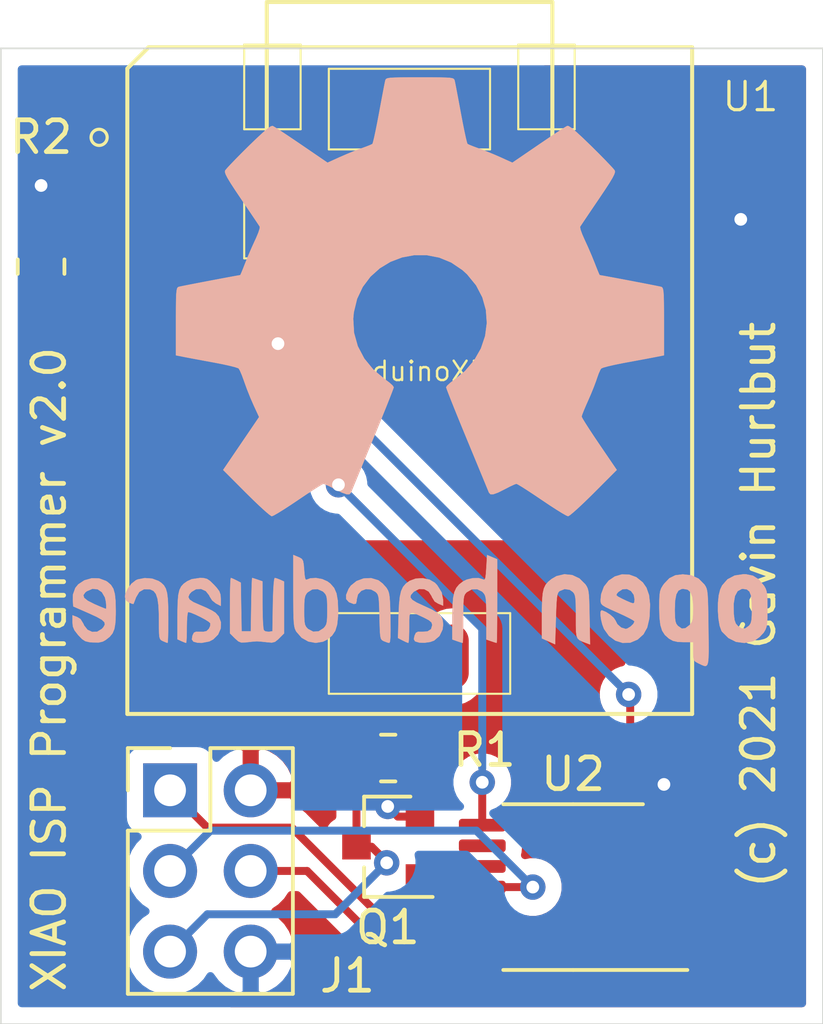
<source format=kicad_pcb>
(kicad_pcb (version 20171130) (host pcbnew "(5.1.9)-1")
  (layers (0 F.Cu signal) (31 B.Cu signal) (34 B.Paste user) (35 F.Paste user) (36 B.SilkS user) (37 F.SilkS user) (38 B.Mask user) (39 F.Mask user) (44 Edge.Cuts user))
  (net 0 "")
  (net 1 GND)
  (net 2 MISO)
  (net 3 +5V)
  (net 4 SCK)
  (net 5 MOSI)
  (net 6 ~RESET)
  (net 7 "Net-(Q1-Pad1)")
  (net 8 +3V3)
  (net 9 "Net-(U1-Pad11)")
  (net 10 "Net-(U1-Pad10)")
  (net 11 "Net-(U1-Pad9)")
  (net 12 OE)
  (net 13 RESET)
  (module Symbol:OSHW-Logo2_24.3x20mm_SilkScreen (layer B.Cu) (at 57.404 155.194 180)
    (fp_text reference REF** hide)
    (fp_text value OSHW-Logo2_24.3x20mm_SilkScreen hide)
    (fp_poly (pts (xy -8.046834 -6.436506) (xy -7.860916 -6.529204) (xy -7.69682 -6.699885) (xy -7.651628 -6.763107) (xy -7.602396 -6.845834) (xy -7.570453 -6.935687) (xy -7.552178 -7.055608) (xy -7.543952 -7.228537) (xy -7.542145 -7.456835) (xy -7.550303 -7.769693) (xy -7.578659 -8.004598) (xy -7.633038 -8.179847) (xy -7.719263 -8.313738) (xy -7.843159 -8.424569) (xy -7.852263 -8.431131) (xy -7.974366 -8.498256) (xy -8.1214 -8.531467) (xy -8.308396 -8.539655) (xy -8.612387 -8.539655) (xy -8.612515 -8.834762) (xy -8.615344 -8.999117) (xy -8.632582 -9.095523) (xy -8.67763 -9.153343) (xy -8.763886 -9.201941) (xy -8.784601 -9.211869) (xy -8.881538 -9.258398) (xy -8.956593 -9.287786) (xy -9.012402 -9.290324) (xy -9.051603 -9.256302) (xy -9.076832 -9.176012) (xy -9.090728 -9.039743) (xy -9.095927 -8.837787) (xy -9.095066 -8.560434) (xy -9.090784 -8.197976) (xy -9.089447 -8.08956) (xy -9.084629 -7.715837) (xy -9.080313 -7.471369) (xy -8.612643 -7.471369) (xy -8.610015 -7.678877) (xy -8.598333 -7.814645) (xy -8.571903 -7.904192) (xy -8.525031 -7.973039) (xy -8.493207 -8.006618) (xy -8.363108 -8.104869) (xy -8.247921 -8.112866) (xy -8.129066 -8.03173) (xy -8.126053 -8.028736) (xy -8.077695 -7.96603) (xy -8.048278 -7.880808) (xy -8.03344 -7.749564) (xy -8.028819 -7.548793) (xy -8.028735 -7.504314) (xy -8.039902 -7.227639) (xy -8.076253 -7.035842) (xy -8.142059 -6.918757) (xy -8.241593 -6.866215) (xy -8.299119 -6.86092) (xy -8.435649 -6.885767) (xy -8.529298 -6.967581) (xy -8.58567 -7.11727) (xy -8.610367 -7.345743) (xy -8.612643 -7.471369) (xy -9.080313 -7.471369) (xy -9.079522 -7.426587) (xy -9.072922 -7.20897) (xy -9.063623 -7.050146) (xy -9.050423 -6.937274) (xy -9.032115 -6.857513) (xy -9.007497 -6.798023) (xy -8.975363 -6.745963) (xy -8.961585 -6.726373) (xy -8.778812 -6.541328) (xy -8.547724 -6.436412) (xy -8.28041 -6.407163) (xy -8.046834 -6.436506)) (layer B.SilkS) (width 0.01))
    (fp_poly (pts (xy -4.304284 -6.462865) (xy -4.148128 -6.55319) (xy -4.039559 -6.642845) (xy -3.960155 -6.736776) (xy -3.905454 -6.851646) (xy -3.87099 -7.004114) (xy -3.852299 -7.210844) (xy -3.844919 -7.488496) (xy -3.844061 -7.688086) (xy -3.844061 -8.422766) (xy -4.050862 -8.515472) (xy -4.257662 -8.608179) (xy -4.281992 -7.803492) (xy -4.292045 -7.502966) (xy -4.302591 -7.284835) (xy -4.315657 -7.134186) (xy -4.333271 -7.036107) (xy -4.357461 -6.975688) (xy -4.390254 -6.938016) (xy -4.400775 -6.929862) (xy -4.560187 -6.866178) (xy -4.721321 -6.891378) (xy -4.817241 -6.958238) (xy -4.856259 -7.005616) (xy -4.883267 -7.067787) (xy -4.900432 -7.162039) (xy -4.909918 -7.305657) (xy -4.913893 -7.515931) (xy -4.914559 -7.73507) (xy -4.91469 -8.009999) (xy -4.919397 -8.204602) (xy -4.935154 -8.335851) (xy -4.968433 -8.420718) (xy -5.025707 -8.476177) (xy -5.113447 -8.519201) (xy -5.230638 -8.563907) (xy -5.358632 -8.612571) (xy -5.343396 -7.74891) (xy -5.337261 -7.437565) (xy -5.330082 -7.207483) (xy -5.319795 -7.042614) (xy -5.30433 -6.926909) (xy -5.281621 -6.844316) (xy -5.249601 -6.778788) (xy -5.210997 -6.720974) (xy -5.024747 -6.536283) (xy -4.797479 -6.429481) (xy -4.550291 -6.403898) (xy -4.304284 -6.462865)) (layer B.SilkS) (width 0.01))
    (fp_poly (pts (xy -9.919632 -6.443358) (xy -9.691564 -6.56328) (xy -9.523248 -6.756278) (xy -9.463459 -6.880355) (xy -9.416934 -7.066653) (xy -9.393118 -7.302045) (xy -9.39086 -7.558952) (xy -9.409008 -7.809799) (xy -9.446411 -8.027009) (xy -9.501916 -8.183005) (xy -9.518975 -8.209871) (xy -9.72103 -8.410415) (xy -9.961022 -8.530529) (xy -10.221434 -8.56568) (xy -10.484753 -8.511337) (xy -10.558033 -8.478756) (xy -10.700739 -8.378353) (xy -10.825986 -8.245225) (xy -10.837823 -8.228341) (xy -10.885935 -8.146969) (xy -10.917738 -8.059984) (xy -10.936526 -7.945475) (xy -10.945592 -7.78153) (xy -10.948229 -7.54624) (xy -10.948275 -7.493487) (xy -10.948154 -7.476699) (xy -10.461685 -7.476699) (xy -10.458854 -7.698761) (xy -10.447712 -7.846123) (xy -10.424291 -7.941308) (xy -10.384619 -8.006837) (xy -10.364367 -8.028736) (xy -10.24794 -8.111953) (xy -10.134902 -8.108158) (xy -10.020609 -8.035973) (xy -9.952441 -7.958911) (xy -9.91207 -7.846429) (xy -9.889398 -7.669055) (xy -9.887843 -7.648367) (xy -9.883973 -7.326911) (xy -9.924417 -7.088167) (xy -10.008626 -6.9336) (xy -10.136053 -6.864678) (xy -10.18154 -6.86092) (xy -10.300981 -6.879821) (xy -10.382683 -6.945306) (xy -10.432637 -7.070544) (xy -10.456834 -7.268704) (xy -10.461685 -7.476699) (xy -10.948154 -7.476699) (xy -10.946463 -7.242765) (xy -10.938853 -7.067582) (xy -10.922186 -6.946191) (xy -10.893201 -6.856847) (xy -10.84864 -6.777803) (xy -10.838793 -6.763107) (xy -10.67328 -6.565011) (xy -10.49293 -6.450014) (xy -10.273365 -6.404365) (xy -10.198805 -6.402135) (xy -9.919632 -6.443358)) (layer B.SilkS) (width 0.01))
    (fp_poly (pts (xy -6.140747 -6.474461) (xy -5.948903 -6.603519) (xy -5.800648 -6.789915) (xy -5.712084 -7.027109) (xy -5.694172 -7.201691) (xy -5.696206 -7.274544) (xy -5.71324 -7.330324) (xy -5.760064 -7.380298) (xy -5.851473 -7.435733) (xy -6.002258 -7.507896) (xy -6.227213 -7.608055) (xy -6.228352 -7.608558) (xy -6.435415 -7.703396) (xy -6.605212 -7.787609) (xy -6.720388 -7.852133) (xy -6.76359 -7.8879) (xy -6.763601 -7.888188) (xy -6.725525 -7.966074) (xy -6.636484 -8.051924) (xy -6.534263 -8.113769) (xy -6.482474 -8.126054) (xy -6.341184 -8.083564) (xy -6.219512 -7.977152) (xy -6.160145 -7.860156) (xy -6.103033 -7.773905) (xy -5.991161 -7.675681) (xy -5.859654 -7.590827) (xy -5.743632 -7.544681) (xy -5.719371 -7.542146) (xy -5.692062 -7.583868) (xy -5.690416 -7.690519) (xy -5.710486 -7.834321) (xy -5.748322 -7.987501) (xy -5.799977 -8.122283) (xy -5.802586 -8.127516) (xy -5.958031 -8.344557) (xy -6.159493 -8.492185) (xy -6.388288 -8.564644) (xy -6.625733 -8.556177) (xy -6.853146 -8.461027) (xy -6.863257 -8.454337) (xy -7.04215 -8.292211) (xy -7.15978 -8.080682) (xy -7.224877 -7.802543) (xy -7.233613 -7.724398) (xy -7.249086 -7.355549) (xy -7.230537 -7.183541) (xy -6.763601 -7.183541) (xy -6.757534 -7.290838) (xy -6.724351 -7.322152) (xy -6.641623 -7.298725) (xy -6.511221 -7.243348) (xy -6.365457 -7.173932) (xy -6.361834 -7.172094) (xy -6.238283 -7.107108) (xy -6.188697 -7.06374) (xy -6.200925 -7.018275) (xy -6.252412 -6.958536) (xy -6.383399 -6.872085) (xy -6.524462 -6.865733) (xy -6.650995 -6.928649) (xy -6.738392 -7.050003) (xy -6.763601 -7.183541) (xy -7.230537 -7.183541) (xy -7.21726 -7.060435) (xy -7.135609 -6.826382) (xy -7.021939 -6.662413) (xy -6.816775 -6.496716) (xy -6.590786 -6.414519) (xy -6.360075 -6.409281) (xy -6.140747 -6.474461)) (layer B.SilkS) (width 0.01))
    (fp_poly (pts (xy -2.092337 -6.206429) (xy -2.078077 -6.405313) (xy -2.061698 -6.522511) (xy -2.039002 -6.573632) (xy -2.005788 -6.574286) (xy -1.995019 -6.568183) (xy -1.851767 -6.523997) (xy -1.665425 -6.526577) (xy -1.475976 -6.571999) (xy -1.357483 -6.630759) (xy -1.235991 -6.724631) (xy -1.147177 -6.830865) (xy -1.086208 -6.96585) (xy -1.04825 -7.145976) (xy -1.028468 -7.387633) (xy -1.02203 -7.707211) (xy -1.021914 -7.768516) (xy -1.021839 -8.457147) (xy -1.175077 -8.510566) (xy -1.283913 -8.546908) (xy -1.343626 -8.563828) (xy -1.345383 -8.563985) (xy -1.351264 -8.5181) (xy -1.356268 -8.391539) (xy -1.360016 -8.200941) (xy -1.362127 -7.962948) (xy -1.362452 -7.818252) (xy -1.363129 -7.532955) (xy -1.366614 -7.32848) (xy -1.375088 -7.188334) (xy -1.390734 -7.096023) (xy -1.415731 -7.035053) (xy -1.452262 -6.988931) (xy -1.475071 -6.96672) (xy -1.631751 -6.877214) (xy -1.802726 -6.870511) (xy -1.95785 -6.946208) (xy -1.986537 -6.973539) (xy -2.028613 -7.024929) (xy -2.057799 -7.085886) (xy -2.076429 -7.174025) (xy -2.086839 -7.306961) (xy -2.091363 -7.502309) (xy -2.092337 -7.771652) (xy -2.092337 -8.457147) (xy -2.245575 -8.510566) (xy -2.354411 -8.546908) (xy -2.414124 -8.563828) (xy -2.415881 -8.563985) (xy -2.420375 -8.517414) (xy -2.424425 -8.386051) (xy -2.42787 -8.182422) (xy -2.430547 -7.919054) (xy -2.432294 -7.608471) (xy -2.432949 -7.263201) (xy -2.43295 -7.247843) (xy -2.43295 -5.931701) (xy -2.116666 -5.798289) (xy -2.092337 -6.206429)) (layer B.SilkS) (width 0.01))
    (fp_poly (pts (xy 0.133241 -6.540601) (xy 0.323905 -6.611403) (xy 0.326086 -6.612764) (xy 0.444006 -6.69955) (xy 0.53106 -6.800973) (xy 0.592286 -6.933145) (xy 0.632723 -7.112182) (xy 0.657409 -7.354195) (xy 0.671382 -7.675299) (xy 0.672607 -7.721048) (xy 0.6902 -8.410869) (xy 0.542152 -8.487427) (xy 0.43503 -8.539163) (xy 0.370351 -8.563678) (xy 0.367359 -8.563985) (xy 0.356166 -8.518751) (xy 0.347275 -8.396736) (xy 0.341806 -8.218468) (xy 0.340613 -8.074116) (xy 0.340586 -7.840271) (xy 0.329896 -7.693419) (xy 0.292633 -7.623376) (xy 0.212888 -7.619958) (xy 0.074749 -7.672983) (xy -0.133812 -7.770454) (xy -0.287171 -7.851409) (xy -0.366048 -7.921644) (xy -0.389236 -7.998194) (xy -0.389272 -8.001982) (xy -0.351007 -8.133852) (xy -0.237717 -8.205091) (xy -0.064336 -8.21541) (xy 0.06055 -8.21362) (xy 0.126399 -8.249589) (xy 0.167464 -8.335985) (xy 0.191099 -8.446054) (xy 0.157039 -8.508508) (xy 0.144214 -8.517446) (xy 0.023472 -8.553343) (xy -0.145612 -8.558426) (xy -0.319739 -8.534631) (xy -0.443124 -8.491147) (xy -0.613713 -8.346309) (xy -0.710681 -8.144694) (xy -0.729885 -7.98718) (xy -0.71523 -7.845104) (xy -0.662199 -7.729127) (xy -0.557194 -7.626121) (xy -0.386614 -7.522954) (xy -0.136862 -7.406496) (xy -0.121647 -7.399914) (xy 0.103329 -7.295981) (xy 0.242157 -7.210743) (xy 0.301662 -7.134147) (xy 0.288672 -7.056139) (xy 0.210012 -6.966664) (xy 0.18649 -6.946073) (xy 0.028933 -6.866236) (xy -0.134323 -6.869597) (xy -0.276505 -6.947874) (xy -0.37084 -7.092781) (xy -0.379605 -7.121224) (xy -0.464962 -7.259174) (xy -0.573271 -7.32562) (xy -0.729885 -7.391471) (xy -0.729885 -7.221097) (xy -0.682244 -6.973454) (xy -0.540841 -6.746307) (xy -0.467258 -6.670318) (xy -0.299991 -6.57279) (xy -0.087274 -6.52864) (xy 0.133241 -6.540601)) (layer B.SilkS) (width 0.01))
    (fp_poly (pts (xy 1.776572 -6.536534) (xy 1.997609 -6.618099) (xy 2.176683 -6.762366) (xy 2.24672 -6.86392) (xy 2.323071 -7.050268) (xy 2.321485 -7.18501) (xy 2.241347 -7.275631) (xy 2.211696 -7.29104) (xy 2.083674 -7.339084) (xy 2.018294 -7.326776) (xy 1.996148 -7.246098) (xy 1.99502 -7.201533) (xy 1.954477 -7.037581) (xy 1.848802 -6.922891) (xy 1.701924 -6.867497) (xy 1.537773 -6.881435) (xy 1.404337 -6.953827) (xy 1.359269 -6.99512) (xy 1.327323 -7.045216) (xy 1.305744 -7.120942) (xy 1.291773 -7.239128) (xy 1.282655 -7.4166) (xy 1.275631 -7.670186) (xy 1.273812 -7.750479) (xy 1.267178 -8.025158) (xy 1.259636 -8.218481) (xy 1.248325 -8.346388) (xy 1.230385 -8.424822) (xy 1.202955 -8.469725) (xy 1.163177 -8.497038) (xy 1.13771 -8.509105) (xy 1.029556 -8.550367) (xy 0.96589 -8.563985) (xy 0.944854 -8.518505) (xy 0.932013 -8.381006) (xy 0.9273 -8.149902) (xy 0.930644 -7.823604) (xy 0.931686 -7.773276) (xy 0.939035 -7.475581) (xy 0.947726 -7.258205) (xy 0.960092 -7.104153) (xy 0.97847 -6.99643) (xy 1.005195 -6.918042) (xy 1.042602 -6.851994) (xy 1.06217 -6.823691) (xy 1.174366 -6.698467) (xy 1.29985 -6.601063) (xy 1.315213 -6.592561) (xy 1.540223 -6.525433) (xy 1.776572 -6.536534)) (layer B.SilkS) (width 0.01))
    (fp_poly (pts (xy 3.989857 -6.924093) (xy 3.989239 -7.287769) (xy 3.986847 -7.567532) (xy 3.981671 -7.776784) (xy 3.972704 -7.928926) (xy 3.958936 -8.037359) (xy 3.939361 -8.115485) (xy 3.912968 -8.176707) (xy 3.892984 -8.211652) (xy 3.727483 -8.401157) (xy 3.517648 -8.519942) (xy 3.285486 -8.562564) (xy 3.053008 -8.523583) (xy 2.914572 -8.453532) (xy 2.769242 -8.332353) (xy 2.670195 -8.184354) (xy 2.610435 -7.990534) (xy 2.582969 -7.731892) (xy 2.579079 -7.542146) (xy 2.579603 -7.52851) (xy 2.919541 -7.52851) (xy 2.921617 -7.746096) (xy 2.93113 -7.890134) (xy 2.953008 -7.984364) (xy 2.992176 -8.052523) (xy 3.038976 -8.103936) (xy 3.196146 -8.203175) (xy 3.3649 -8.211653) (xy 3.524393 -8.128799) (xy 3.536807 -8.117572) (xy 3.589791 -8.059171) (xy 3.623014 -7.989686) (xy 3.641 -7.88627) (xy 3.648275 -7.726073) (xy 3.649426 -7.548965) (xy 3.646932 -7.326467) (xy 3.636608 -7.178037) (xy 3.614191 -7.080489) (xy 3.575418 -7.010637) (xy 3.543626 -6.973539) (xy 3.395939 -6.879975) (xy 3.225846 -6.868725) (xy 3.063492 -6.94019) (xy 3.03216 -6.96672) (xy 2.978822 -7.025636) (xy 2.945531 -7.095837) (xy 2.927656 -7.200418) (xy 2.920566 -7.362479) (xy 2.919541 -7.52851) (xy 2.579603 -7.52851) (xy 2.59084 -7.236579) (xy 2.630787 -7.006993) (xy 2.705913 -6.834387) (xy 2.823214 -6.69976) (xy 2.914572 -6.630759) (xy 3.080627 -6.556214) (xy 3.273092 -6.521613) (xy 3.451999 -6.530875) (xy 3.552108 -6.568238) (xy 3.591393 -6.578872) (xy 3.617461 -6.539225) (xy 3.635658 -6.432981) (xy 3.649426 -6.271145) (xy 3.664499 -6.090902) (xy 3.685436 -5.982458) (xy 3.723532 -5.920446) (xy 3.790085 -5.879499) (xy 3.831897 -5.861366) (xy 3.990039 -5.79512) (xy 3.989857 -6.924093)) (layer B.SilkS) (width 0.01))
    (fp_poly (pts (xy 5.966873 -6.5664) (xy 5.974299 -6.694422) (xy 5.980118 -6.888985) (xy 5.983859 -7.134702) (xy 5.985058 -7.392426) (xy 5.985058 -8.264545) (xy 5.831075 -8.418528) (xy 5.724963 -8.513412) (xy 5.631816 -8.551845) (xy 5.504504 -8.549413) (xy 5.453968 -8.543223) (xy 5.296017 -8.52521) (xy 5.165371 -8.514888) (xy 5.133525 -8.513935) (xy 5.026166 -8.520171) (xy 4.872619 -8.535824) (xy 4.813083 -8.543223) (xy 4.666857 -8.554668) (xy 4.568589 -8.529808) (xy 4.47115 -8.453058) (xy 4.435976 -8.418528) (xy 4.281993 -8.264545) (xy 4.281993 -6.633246) (xy 4.40593 -6.576776) (xy 4.51265 -6.53495) (xy 4.575087 -6.520307) (xy 4.591096 -6.566583) (xy 4.606058 -6.695884) (xy 4.618978 -6.893914) (xy 4.628857 -7.14638) (xy 4.633622 -7.359675) (xy 4.646935 -8.199042) (xy 4.76308 -8.215464) (xy 4.868716 -8.203982) (xy 4.920477 -8.166805) (xy 4.934945 -8.097298) (xy 4.947298 -7.94924) (xy 4.956552 -7.741391) (xy 4.961728 -7.492512) (xy 4.962474 -7.364435) (xy 4.963219 -6.627145) (xy 5.116457 -6.573726) (xy 5.224916 -6.537406) (xy 5.283913 -6.520468) (xy 5.285614 -6.520307) (xy 5.291533 -6.566349) (xy 5.298039 -6.694018) (xy 5.304586 -6.887632) (xy 5.310627 -7.131507) (xy 5.314848 -7.359675) (xy 5.328161 -8.199042) (xy 5.620115 -8.199042) (xy 5.633513 -7.433275) (xy 5.64691 -6.667508) (xy 5.789238 -6.593908) (xy 5.894322 -6.543366) (xy 5.956517 -6.520431) (xy 5.958312 -6.520307) (xy 5.966873 -6.5664)) (layer B.SilkS) (width 0.01))
    (fp_poly (pts (xy 7.190678 -6.558594) (xy 7.330782 -6.622323) (xy 7.44075 -6.699543) (xy 7.521324 -6.785887) (xy 7.576954 -6.897272) (xy 7.612089 -7.049616) (xy 7.631179 -7.258835) (xy 7.638672 -7.540846) (xy 7.639464 -7.726555) (xy 7.639464 -8.451046) (xy 7.515527 -8.507515) (xy 7.41791 -8.548787) (xy 7.36955 -8.563985) (xy 7.360298 -8.518762) (xy 7.352958 -8.396824) (xy 7.348464 -8.218772) (xy 7.34751 -8.077395) (xy 7.34341 -7.873146) (xy 7.332354 -7.711113) (xy 7.316211 -7.611891) (xy 7.303387 -7.590805) (xy 7.217186 -7.612338) (xy 7.081862 -7.667566) (xy 6.92517 -7.742436) (xy 6.774863 -7.822892) (xy 6.658693 -7.89488) (xy 6.604413 -7.944346) (xy 6.604198 -7.944881) (xy 6.608867 -8.036428) (xy 6.650732 -8.12382) (xy 6.724235 -8.194802) (xy 6.831516 -8.218543) (xy 6.923202 -8.215777) (xy 7.053058 -8.213741) (xy 7.121221 -8.244164) (xy 7.162159 -8.324543) (xy 7.167321 -8.3397) (xy 7.185067 -8.454331) (xy 7.137609 -8.523934) (xy 7.013907 -8.557105) (xy 6.880281 -8.56324) (xy 6.639817 -8.517763) (xy 6.515338 -8.452817) (xy 6.361605 -8.300246) (xy 6.280073 -8.112971) (xy 6.272756 -7.915085) (xy 6.341669 -7.730685) (xy 6.445328 -7.615134) (xy 6.548823 -7.550442) (xy 6.711492 -7.468542) (xy 6.901054 -7.385486) (xy 6.93265 -7.372795) (xy 7.140869 -7.280908) (xy 7.260898 -7.199923) (xy 7.299501 -7.119413) (xy 7.26344 -7.02895) (xy 7.201533 -6.958238) (xy 7.055213 -6.87117) (xy 6.894217 -6.86464) (xy 6.746573 -6.931735) (xy 6.64031 -7.065544) (xy 6.626362 -7.100067) (xy 6.54516 -7.227042) (xy 6.426608 -7.321309) (xy 6.277012 -7.398668) (xy 6.277012 -7.179307) (xy 6.285817 -7.04528) (xy 6.32357 -6.939644) (xy 6.407279 -6.826939) (xy 6.487636 -6.740127) (xy 6.612591 -6.617204) (xy 6.709677 -6.551171) (xy 6.813954 -6.524684) (xy 6.931989 -6.520307) (xy 7.190678 -6.558594)) (layer B.SilkS) (width 0.01))
    (fp_poly (pts (xy 8.892816 -6.566697) (xy 8.950976 -6.592116) (xy 9.089795 -6.702059) (xy 9.208505 -6.86103) (xy 9.281921 -7.030677) (xy 9.29387 -7.114313) (xy 9.253809 -7.231078) (xy 9.165935 -7.292862) (xy 9.071718 -7.330273) (xy 9.028577 -7.337167) (xy 9.007571 -7.287138) (xy 8.96609 -7.178269) (xy 8.947892 -7.129076) (xy 8.845848 -6.958913) (xy 8.698103 -6.874038) (xy 8.508655 -6.876648) (xy 8.494623 -6.879991) (xy 8.393481 -6.927945) (xy 8.319124 -7.021432) (xy 8.268338 -7.171939) (xy 8.237908 -7.390951) (xy 8.224618 -7.689956) (xy 8.223372 -7.849056) (xy 8.222754 -8.099855) (xy 8.218705 -8.270825) (xy 8.207933 -8.379454) (xy 8.187147 -8.44323) (xy 8.153055 -8.479643) (xy 8.102365 -8.506179) (xy 8.099435 -8.507515) (xy 8.001818 -8.548787) (xy 7.953458 -8.563985) (xy 7.946027 -8.518037) (xy 7.939666 -8.391034) (xy 7.934832 -8.199235) (xy 7.931985 -7.958902) (xy 7.931418 -7.783024) (xy 7.934313 -7.442688) (xy 7.945637 -7.184495) (xy 7.969346 -6.993374) (xy 8.009397 -6.854253) (xy 8.069747 -6.75206) (xy 8.154353 -6.671724) (xy 8.237899 -6.615655) (xy 8.438791 -6.541032) (xy 8.672596 -6.524202) (xy 8.892816 -6.566697)) (layer B.SilkS) (width 0.01))
    (fp_poly (pts (xy 10.572399 -6.594233) (xy 10.764917 -6.720057) (xy 10.857774 -6.832696) (xy 10.93134 -7.037092) (xy 10.937183 -7.19883) (xy 10.923947 -7.415094) (xy 10.425192 -7.633398) (xy 10.182685 -7.74493) (xy 10.024229 -7.83465) (xy 9.941836 -7.912361) (xy 9.927518 -7.987867) (xy 9.973287 -8.070971) (xy 10.023755 -8.126054) (xy 10.170605 -8.214389) (xy 10.330328 -8.220579) (xy 10.47702 -8.151735) (xy 10.584781 -8.014972) (xy 10.604055 -7.96668) (xy 10.696376 -7.815848) (xy 10.802588 -7.751567) (xy 10.948276 -7.696576) (xy 10.948276 -7.905057) (xy 10.935396 -8.046926) (xy 10.884943 -8.166563) (xy 10.779197 -8.303927) (xy 10.76348 -8.321777) (xy 10.645855 -8.443986) (xy 10.544746 -8.50957) (xy 10.41825 -8.539742) (xy 10.313384 -8.549623) (xy 10.125811 -8.552085) (xy 9.992284 -8.520892) (xy 9.908983 -8.474579) (xy 9.778063 -8.372735) (xy 9.687439 -8.262591) (xy 9.630087 -8.124069) (xy 9.59898 -7.93709) (xy 9.587094 -7.681577) (xy 9.586145 -7.551894) (xy 9.589371 -7.396421) (xy 9.883166 -7.396421) (xy 9.886573 -7.479827) (xy 9.895066 -7.493487) (xy 9.95111 -7.474931) (xy 10.071718 -7.425822) (xy 10.232913 -7.356002) (xy 10.266622 -7.340995) (xy 10.470339 -7.237404) (xy 10.582579 -7.146359) (xy 10.607247 -7.061081) (xy 10.548245 -6.974794) (xy 10.499518 -6.936667) (xy 10.323694 -6.860417) (xy 10.159127 -6.873014) (xy 10.021354 -6.966086) (xy 9.925913 -7.131256) (xy 9.895314 -7.262357) (xy 9.883166 -7.396421) (xy 9.589371 -7.396421) (xy 9.592432 -7.248919) (xy 9.615599 -7.024756) (xy 9.66149 -6.861526) (xy 9.735954 -6.741352) (xy 9.844836 -6.646355) (xy 9.892305 -6.615655) (xy 10.107938 -6.535703) (xy 10.344021 -6.530672) (xy 10.572399 -6.594233)) (layer B.SilkS) (width 0.01))
    (fp_poly (pts (xy 0.348357 9.245003) (xy 0.611677 9.243561) (xy 0.802246 9.239658) (xy 0.932345 9.232063) (xy 1.014257 9.21955) (xy 1.060266 9.200889) (xy 1.082653 9.174852) (xy 1.093702 9.140212) (xy 1.094776 9.135728) (xy 1.111559 9.054811) (xy 1.142625 8.895158) (xy 1.184742 8.673762) (xy 1.234679 8.407615) (xy 1.289203 8.11371) (xy 1.291107 8.103388) (xy 1.345723 7.815364) (xy 1.396822 7.560885) (xy 1.441106 7.355215) (xy 1.475279 7.213615) (xy 1.496043 7.15135) (xy 1.497033 7.150247) (xy 1.558199 7.119841) (xy 1.68431 7.069172) (xy 1.848131 7.009178) (xy 1.849043 7.008858) (xy 2.055388 6.931296) (xy 2.29866 6.832493) (xy 2.527969 6.733152) (xy 2.538822 6.72824) (xy 2.912317 6.558724) (xy 3.739365 7.123505) (xy 3.993077 7.29568) (xy 4.222902 7.449605) (xy 4.415525 7.576526) (xy 4.557632 7.667691) (xy 4.635907 7.714345) (xy 4.64334 7.717805) (xy 4.700224 7.7024) (xy 4.806469 7.628073) (xy 4.966219 7.491319) (xy 5.183616 7.288632) (xy 5.405548 7.072992) (xy 5.619491 6.860497) (xy 5.810969 6.66659) (xy 5.968455 6.503246) (xy 6.080422 6.382439) (xy 6.135343 6.316145) (xy 6.137386 6.312732) (xy 6.143458 6.267239) (xy 6.120584 6.192944) (xy 6.063115 6.079814) (xy 5.965399 5.917815) (xy 5.821784 5.696914) (xy 5.630333 5.41254) (xy 5.460423 5.162241) (xy 5.308538 4.93775) (xy 5.183455 4.7521) (xy 5.093949 4.618325) (xy 5.0488 4.549458) (xy 5.045958 4.544782) (xy 5.05147 4.478799) (xy 5.093255 4.350552) (xy 5.162997 4.18428) (xy 5.187854 4.131181) (xy 5.296311 3.894623) (xy 5.41202 3.626211) (xy 5.506015 3.393965) (xy 5.573745 3.221593) (xy 5.627543 3.090597) (xy 5.658631 3.022133) (xy 5.662496 3.016858) (xy 5.719671 3.00812) (xy 5.854448 2.984177) (xy 6.048906 2.948438) (xy 6.285125 2.904311) (xy 6.545184 2.855205) (xy 6.811163 2.804528) (xy 7.065143 2.755687) (xy 7.289201 2.712091) (xy 7.46542 2.677149) (xy 7.575877 2.654268) (xy 7.60297 2.647799) (xy 7.630956 2.631833) (xy 7.652081 2.595773) (xy 7.667297 2.527448) (xy 7.677553 2.414685) (xy 7.6838 2.245314) (xy 7.686988 2.007162) (xy 7.688067 1.688058) (xy 7.688123 1.557259) (xy 7.688123 0.493489) (xy 7.432663 0.443067) (xy 7.290537 0.415727) (xy 7.07845 0.375818) (xy 6.822193 0.328155) (xy 6.547558 0.277554) (xy 6.471648 0.263656) (xy 6.218221 0.214383) (xy 5.997447 0.16593) (xy 5.827857 0.122785) (xy 5.72798 0.089437) (xy 5.711343 0.079498) (xy 5.670489 0.009109) (xy 5.611913 -0.127283) (xy 5.546955 -0.302805) (xy 5.534071 -0.340613) (xy 5.448934 -0.57503) (xy 5.343256 -0.839524) (xy 5.23984 -1.077041) (xy 5.23933 -1.078144) (xy 5.067112 -1.450733) (xy 5.633524 -2.283893) (xy 6.199935 -3.117053) (xy 5.472702 -3.8455) (xy 5.252748 -4.062302) (xy 5.052132 -4.253414) (xy 4.882122 -4.408636) (xy 4.753985 -4.517764) (xy 4.678989 -4.570595) (xy 4.668231 -4.573947) (xy 4.605067 -4.547549) (xy 4.47618 -4.47416) (xy 4.295649 -4.362484) (xy 4.077554 -4.221224) (xy 3.841754 -4.063027) (xy 3.602436 -3.901664) (xy 3.389059 -3.761252) (xy 3.215175 -3.650431) (xy 3.094334 -3.577838) (xy 3.040263 -3.552108) (xy 2.974294 -3.57388) (xy 2.849198 -3.631251) (xy 2.69078 -3.7123) (xy 2.673987 -3.721309) (xy 2.460652 -3.8283) (xy 2.314364 -3.880772) (xy 2.22338 -3.88133) (xy 2.175959 -3.83258) (xy 2.175683 -3.831897) (xy 2.15198 -3.774164) (xy 2.095449 -3.637115) (xy 2.010474 -3.431357) (xy 1.901438 -3.167498) (xy 1.772724 -2.856144) (xy 1.628715 -2.507904) (xy 1.489251 -2.170744) (xy 1.33598 -1.798666) (xy 1.195251 -1.453987) (xy 1.071282 -1.147271) (xy 0.968291 -0.889085) (xy 0.890496 -0.689994) (xy 0.842114 -0.560565) (xy 0.827204 -0.512261) (xy 0.864594 -0.45685) (xy 0.962398 -0.368538) (xy 1.092815 -0.271174) (xy 1.464223 0.036747) (xy 1.75453 0.389696) (xy 1.960256 0.780239) (xy 2.077923 1.200943) (xy 2.104051 1.644371) (xy 2.08506 1.849042) (xy 1.981583 2.273677) (xy 1.803373 2.648664) (xy 1.561482 2.970304) (xy 1.266963 3.234899) (xy 0.930871 3.43875) (xy 0.564258 3.578158) (xy 0.178177 3.649426) (xy -0.216319 3.648855) (xy -0.608175 3.572746) (xy -0.98634 3.417401) (xy -1.33976 3.179121) (xy -1.487273 3.044361) (xy -1.770184 2.698321) (xy -1.967168 2.320174) (xy -2.079536 1.920945) (xy -2.108599 1.511655) (xy -2.055669 1.103328) (xy -1.922057 0.706987) (xy -1.709075 0.333655) (xy -1.418034 -0.005645) (xy -1.092814 -0.271174) (xy -0.957348 -0.372671) (xy -0.861651 -0.460025) (xy -0.827203 -0.512343) (xy -0.84524 -0.569398) (xy -0.896538 -0.705698) (xy -0.976876 -0.910678) (xy -1.082036 -1.173772) (xy -1.207796 -1.484416) (xy -1.349937 -1.832043) (xy -1.489635 -2.170826) (xy -1.643759 -2.543222) (xy -1.786518 -2.888307) (xy -1.913529 -3.195477) (xy -2.020411 -3.454125) (xy -2.10278 -3.653647) (xy -2.156253 -3.783435) (xy -2.176067 -3.831897) (xy -2.222876 -3.881129) (xy -2.313417 -3.880985) (xy -2.459342 -3.828877) (xy -2.672302 -3.722216) (xy -2.673986 -3.721309) (xy -2.83433 -3.638536) (xy -2.963948 -3.578242) (xy -3.037037 -3.552346) (xy -3.040263 -3.552108) (xy -3.095284 -3.578374) (xy -3.216757 -3.651416) (xy -3.391129 -3.762595) (xy -3.60485 -3.903273) (xy -3.841753 -4.063027) (xy -4.082945 -4.224779) (xy -4.300326 -4.36545) (xy -4.479816 -4.476335) (xy -4.607336 -4.54873) (xy -4.66823 -4.573947) (xy -4.724303 -4.540803) (xy -4.83704 -4.448173) (xy -4.995177 -4.306257) (xy -5.187449 -4.125255) (xy -5.402591 -3.915369) (xy -5.472952 -3.845249) (xy -6.200434 -3.116552) (xy -5.646705 -2.3039) (xy -5.478423 -2.054342) (xy -5.330729 -1.830366) (xy -5.21191 -1.644949) (xy -5.13025 -1.511065) (xy -5.094036 -1.44169) (xy -5.092975 -1.436755) (xy -5.112067 -1.371364) (xy -5.163418 -1.239825) (xy -5.23814 -1.064181) (xy -5.290588 -0.946591) (xy -5.388654 -0.721461) (xy -5.481007 -0.494015) (xy -5.552606 -0.301839) (xy -5.572056 -0.243295) (xy -5.627314 -0.086956) (xy -5.681331 0.033842) (xy -5.711001 0.079498) (xy -5.776476 0.107439) (xy -5.919376 0.147049) (xy -6.121161 0.193838) (xy -6.363288 0.243317) (xy -6.471647 0.263656) (xy -6.746811 0.314219) (xy -7.010746 0.363178) (xy -7.237659 0.405719) (xy -7.401761 0.437025) (xy -7.432662 0.443067) (xy -7.688122 0.493489) (xy -7.688122 1.557259) (xy -7.687548 1.90705) (xy -7.685193 2.1717) (xy -7.680107 2.363378) (xy -7.671339 2.494256) (xy -7.657938 2.576507) (xy -7.638954 2.622302) (xy -7.613438 2.643812) (xy -7.602969 2.647799) (xy -7.539826 2.661944) (xy -7.400325 2.690166) (xy -7.202389 2.729057) (xy -6.963935 2.775208) (xy -6.702886 2.825212) (xy -6.437161 2.875659) (xy -6.184681 2.923142) (xy -5.963365 2.964252) (xy -5.791134 2.995581) (xy -5.685908 3.013722) (xy -5.662495 3.016858) (xy -5.641284 3.058827) (xy -5.594332 3.17063) (xy -5.530419 3.331112) (xy -5.506014 3.393965) (xy -5.40758 3.636797) (xy -5.291666 3.905082) (xy -5.187853 4.131181) (xy -5.111465 4.304065) (xy -5.060644 4.446123) (xy -5.043679 4.533122) (xy -5.046384 4.544782) (xy -5.082239 4.59983) (xy -5.164108 4.722261) (xy -5.283205 4.899038) (xy -5.430742 5.117123) (xy -5.597931 5.36348) (xy -5.63099 5.412109) (xy -5.82498 5.700227) (xy -5.967579 5.919623) (xy -6.064473 6.080398) (xy -6.121346 6.192654) (xy -6.143884 6.26649) (xy -6.137772 6.31201) (xy -6.137616 6.3123) (xy -6.089511 6.37209) (xy -5.983111 6.487681) (xy -5.829948 6.647091) (xy -5.641555 6.838335) (xy -5.429465 7.049432) (xy -5.405547 7.072992) (xy -5.138262 7.331828) (xy -4.931992 7.521883) (xy -4.782592 7.646663) (xy -4.68592 7.709673) (xy -4.643339 7.717805) (xy -4.581196 7.682328) (xy -4.452237 7.600377) (xy -4.269778 7.480708) (xy -4.047133 7.332074) (xy -3.797616 7.163228) (xy -3.739364 7.123505) (xy -2.912316 6.558724) (xy -2.538821 6.72824) (xy -2.311684 6.827029) (xy -2.067872 6.926383) (xy -1.858275 7.005599) (xy -1.849042 7.008858) (xy -1.685095 7.068871) (xy -1.558715 7.119618) (xy -1.497137 7.150159) (xy -1.497032 7.150247) (xy -1.477493 7.205452) (xy -1.444279 7.341221) (xy -1.400687 7.542291) (xy -1.350016 7.793401) (xy -1.295561 8.079287) (xy -1.291106 8.103388) (xy -1.236482 8.397941) (xy -1.186336 8.665316) (xy -1.143898 8.88852) (xy -1.112402 9.050561) (xy -1.095077 9.134447) (xy -1.094775 9.135728) (xy -1.084232 9.171412) (xy -1.063731 9.198354) (xy -1.020989 9.217782) (xy -0.943724 9.230925) (xy -0.819652 9.239011) (xy -0.636491 9.243268) (xy -0.381958 9.244925) (xy -0.043769 9.24521) (xy 0 9.24521) (xy 0.348357 9.245003)) (layer B.SilkS) (width 0.01))
  )
  (module Connector_PinHeader_2.54mm:PinHeader_2x03_P2.54mm_Vertical (layer F.Cu) (at 49.53 168.402)
    (fp_text reference J1 (at 5.588 5.842 -180) (layer F.SilkS))
    (fp_text value Conn_02x03_Odd_Even hide)
    (fp_line (start -1.33 6.41) (end 3.87 6.41) (layer F.SilkS) (width 0.12))
    (fp_line (start -1.33 1.27) (end -1.33 6.41) (layer F.SilkS) (width 0.12))
    (fp_line (start 3.87 -1.33) (end 3.87 6.41) (layer F.SilkS) (width 0.12))
    (fp_line (start -1.33 1.27) (end 1.27 1.27) (layer F.SilkS) (width 0.12))
    (fp_line (start 1.27 1.27) (end 1.27 -1.33) (layer F.SilkS) (width 0.12))
    (fp_line (start 1.27 -1.33) (end 3.87 -1.33) (layer F.SilkS) (width 0.12))
    (fp_line (start -1.33 0) (end -1.33 -1.33) (layer F.SilkS) (width 0.12))
    (fp_line (start -1.33 -1.33) (end 0 -1.33) (layer F.SilkS) (width 0.12))
    (pad 1 thru_hole rect (at 0 0) (size 1.7 1.7) (drill 1) (layers *.Cu *.Mask) (net 2 MISO))
    (pad 2 thru_hole oval (at 2.54 0) (size 1.7 1.7) (drill 1) (layers *.Cu *.Mask) (net 3 +5V))
    (pad 3 thru_hole oval (at 0 2.54) (size 1.7 1.7) (drill 1) (layers *.Cu *.Mask) (net 4 SCK))
    (pad 4 thru_hole oval (at 2.54 2.54) (size 1.7 1.7) (drill 1) (layers *.Cu *.Mask) (net 5 MOSI))
    (pad 5 thru_hole oval (at 0 5.08) (size 1.7 1.7) (drill 1) (layers *.Cu *.Mask) (net 6 ~RESET))
    (pad 6 thru_hole oval (at 2.54 5.08) (size 1.7 1.7) (drill 1) (layers *.Cu *.Mask) (net 1 GND))
  )
  (module Package_TO_SOT_SMD:SOT-23 (layer F.Cu) (at 56.404 170.18 180)
    (fp_text reference Q1 (at 0.016 -2.54) (layer F.SilkS))
    (fp_text value MMBT3904)
    (fp_line (start 0.76 1.58) (end 0.76 0.65) (layer F.SilkS) (width 0.12))
    (fp_line (start 0.76 -1.58) (end 0.76 -0.65) (layer F.SilkS) (width 0.12))
    (fp_line (start 0.76 -1.58) (end -1.4 -1.58) (layer F.SilkS) (width 0.12))
    (fp_line (start 0.76 1.58) (end -0.7 1.58) (layer F.SilkS) (width 0.12))
    (pad 1 smd rect (at -1 -0.95 180) (size 0.9 0.8) (layers F.Cu F.Paste F.Mask) (net 7 "Net-(Q1-Pad1)"))
    (pad 2 smd rect (at -1 0.95 180) (size 0.9 0.8) (layers F.Cu F.Paste F.Mask) (net 1 GND))
    (pad 3 smd rect (at 1 0 180) (size 0.9 0.8) (layers F.Cu F.Paste F.Mask) (net 6 ~RESET))
  )
  (module Resistor_SMD:R_0805_2012Metric_Pad1.20x1.40mm_HandSolder (layer F.Cu) (at 56.404 167.386 180)
    (fp_text reference R1 (at -3.032 0.254 180) (layer F.SilkS))
    (fp_text value 10k)
    (fp_line (start -0.227064 -0.735) (end 0.227064 -0.735) (layer F.SilkS) (width 0.12))
    (fp_line (start -0.227064 0.735) (end 0.227064 0.735) (layer F.SilkS) (width 0.12))
    (pad 1 smd roundrect (at -1 0 180) (size 1.2 1.4) (layers F.Cu F.Paste F.Mask) (roundrect_rratio 0.2083325) (net 3 +5V))
    (pad 2 smd roundrect (at 1 0 180) (size 1.2 1.4) (layers F.Cu F.Paste F.Mask) (roundrect_rratio 0.2083325) (net 6 ~RESET))
  )
  (module "Seeduino:Seeeduino XIAO-MOUDLE14P-2.54-21X17.8MM" (layer F.Cu) (at 48.183001 165.996621)
    (fp_text reference U1 (at 19.634999 -19.438621) (layer F.SilkS) (effects (font (size 0.889 0.889) (thickness 0.1016))))
    (fp_text value SeeeduinoXIAO (at 8.89 -10.795) (layer F.SilkS) (effects (font (size 0.6096 0.6096) (thickness 0.0762))))
    (fp_circle (center -0.889 -18.161) (end -0.889 -18.415) (layer F.SilkS) (width 0.1))
    (fp_line (start 4.3942 -15.06982) (end 4.3942 -22.42312) (layer F.SilkS) (width 0.127))
    (fp_line (start 13.39342 -15.06982) (end 4.3942 -15.06982) (layer F.SilkS) (width 0.127))
    (fp_line (start 13.39342 -22.42312) (end 13.39342 -15.06982) (layer F.SilkS) (width 0.127))
    (fp_line (start 4.39928 -22.42312) (end 13.39342 -22.42312) (layer F.SilkS) (width 0.127))
    (fp_line (start 0 -20.32762) (end 0 0) (layer F.SilkS) (width 0.127))
    (fp_line (start 0.67056 -20.99818) (end 0 -20.32762) (layer F.SilkS) (width 0.127))
    (fp_line (start 17.79778 -20.99818) (end 0.67056 -20.99818) (layer F.SilkS) (width 0.127))
    (fp_line (start 17.79778 0) (end 17.79778 -20.99818) (layer F.SilkS) (width 0.127))
    (fp_line (start 0 0) (end 17.79778 0) (layer F.SilkS) (width 0.127))
    (fp_line (start 12.319 -18.415) (end 12.319 -21.082) (layer F.SilkS) (width 0.06604))
    (fp_line (start 12.319 -21.082) (end 14.097 -21.082) (layer F.SilkS) (width 0.06604))
    (fp_line (start 14.097 -18.415) (end 14.097 -21.082) (layer F.SilkS) (width 0.06604))
    (fp_line (start 12.319 -18.415) (end 14.097 -18.415) (layer F.SilkS) (width 0.06604))
    (fp_line (start 12.319 -14.34846) (end 12.319 -17.018) (layer F.SilkS) (width 0.06604))
    (fp_line (start 12.319 -17.018) (end 14.097 -17.018) (layer F.SilkS) (width 0.06604))
    (fp_line (start 14.097 -14.34846) (end 14.097 -17.018) (layer F.SilkS) (width 0.06604))
    (fp_line (start 12.319 -14.34846) (end 14.097 -14.34846) (layer F.SilkS) (width 0.06604))
    (fp_line (start 3.683 -14.34846) (end 3.683 -17.018) (layer F.SilkS) (width 0.06604))
    (fp_line (start 3.683 -17.018) (end 5.461 -17.018) (layer F.SilkS) (width 0.06604))
    (fp_line (start 5.461 -14.34846) (end 5.461 -17.018) (layer F.SilkS) (width 0.06604))
    (fp_line (start 3.683 -14.34846) (end 5.461 -14.34846) (layer F.SilkS) (width 0.06604))
    (fp_line (start 3.683 -18.415) (end 3.683 -21.082) (layer F.SilkS) (width 0.06604))
    (fp_line (start 3.683 -21.082) (end 5.461 -21.082) (layer F.SilkS) (width 0.06604))
    (fp_line (start 5.461 -18.415) (end 5.461 -21.082) (layer F.SilkS) (width 0.06604))
    (fp_line (start 3.683 -18.415) (end 5.461 -18.415) (layer F.SilkS) (width 0.06604))
    (fp_line (start 6.35 -0.635) (end 6.35 -3.175) (layer F.SilkS) (width 0.06604))
    (fp_line (start 6.35 -3.175) (end 12.065 -3.175) (layer F.SilkS) (width 0.06604))
    (fp_line (start 12.065 -0.635) (end 12.065 -3.175) (layer F.SilkS) (width 0.06604))
    (fp_line (start 6.35 -0.635) (end 12.065 -0.635) (layer F.SilkS) (width 0.06604))
    (fp_line (start 6.35 -17.78) (end 6.35 -20.32) (layer F.SilkS) (width 0.06604))
    (fp_line (start 6.35 -20.32) (end 11.43 -20.32) (layer F.SilkS) (width 0.06604))
    (fp_line (start 11.43 -17.78) (end 11.43 -20.32) (layer F.SilkS) (width 0.06604))
    (fp_line (start 6.35 -17.78) (end 11.43 -17.78) (layer F.SilkS) (width 0.06604))
    (pad 14 smd oval (at 16.99768 -18.11782) (size 2.74828 1.99898) (layers F.Cu F.Paste F.Mask) (net 3 +5V))
    (pad 13 smd oval (at 16.99768 -15.57782) (size 2.74828 1.99898) (layers F.Cu F.Paste F.Mask) (net 1 GND))
    (pad 12 smd oval (at 16.99768 -13.03782) (size 2.74828 1.99898) (layers F.Cu F.Paste F.Mask) (net 8 +3V3))
    (pad 11 smd oval (at 16.99768 -10.49782) (size 2.74828 1.99898) (layers F.Cu F.Paste F.Mask) (net 9 "Net-(U1-Pad11)"))
    (pad 10 smd oval (at 16.99768 -7.95782) (size 2.74828 1.99898) (layers F.Cu F.Paste F.Mask) (net 10 "Net-(U1-Pad10)"))
    (pad 9 smd oval (at 16.99768 -5.41782) (size 2.74828 1.99898) (layers F.Cu F.Paste F.Mask) (net 11 "Net-(U1-Pad9)"))
    (pad 8 smd oval (at 16.99768 -2.87782) (size 2.74828 1.99898) (layers F.Cu F.Paste F.Mask))
    (pad 7 smd oval (at 0.83312 -2.87782) (size 2.74828 1.99898) (layers F.Cu F.Paste F.Mask))
    (pad 6 smd oval (at 0.83312 -5.41782) (size 2.74828 1.99898) (layers F.Cu F.Paste F.Mask))
    (pad 5 smd oval (at 0.83312 -7.95782) (size 2.74828 1.99898) (layers F.Cu F.Paste F.Mask))
    (pad 4 smd oval (at 0.83312 -10.49782) (size 2.74828 1.99898) (layers F.Cu F.Paste F.Mask))
    (pad 3 smd oval (at 0.83312 -13.03782) (size 2.74828 1.99898) (layers F.Cu F.Paste F.Mask) (net 12 OE))
    (pad 2 smd oval (at 0.83312 -15.57782) (size 2.74828 1.99898) (layers F.Cu F.Paste F.Mask) (net 13 RESET))
    (pad 1 smd oval (at 0.83312 -18.11782) (size 2.74828 1.99898) (layers F.Cu F.Paste F.Mask))
    (pad 15 smd oval (at 7.7 -1.8 90) (size 2.032 1.016) (layers F.Cu F.Paste F.Mask))
    (pad 16 smd oval (at 10.25 -1.8 90) (size 2.032 1.016) (layers F.Cu F.Paste F.Mask))
    (pad 17 smd circle (at 7.698803 -18.804187 90) (size 1.143 1.143) (layers F.Cu F.Paste F.Mask))
    (pad 18 smd circle (at 10.238803 -18.804187 90) (size 1.143 1.143) (layers F.Cu F.Paste F.Mask))
    (pad 19 smd circle (at 7.698803 -16.264187 90) (size 1.143 1.143) (layers F.Cu F.Paste F.Mask))
    (pad 20 smd circle (at 10.238803 -16.264187 90) (size 1.143 1.143) (layers F.Cu F.Paste F.Mask))
  )
  (module Package_SO:TSSOP-14_4.4x5mm_P0.65mm (layer F.Cu) (at 62.23 171.45 180)
    (fp_text reference U2 (at 0 3.556) (layer F.SilkS))
    (fp_text value TXB0104PW hide)
    (fp_line (start 0 2.61) (end 2.2 2.61) (layer F.SilkS) (width 0.12))
    (fp_line (start 0 2.61) (end -2.2 2.61) (layer F.SilkS) (width 0.12))
    (fp_line (start 0 -2.61) (end 2.2 -2.61) (layer F.SilkS) (width 0.12))
    (fp_line (start 0 -2.61) (end -3.6 -2.61) (layer F.SilkS) (width 0.12))
    (pad 1 smd roundrect (at -2.8625 -1.95 180) (size 1.475 0.4) (layers F.Cu F.Paste F.Mask) (net 8 +3V3))
    (pad 2 smd roundrect (at -2.8625 -1.3 180) (size 1.475 0.4) (layers F.Cu F.Paste F.Mask) (net 9 "Net-(U1-Pad11)"))
    (pad 3 smd roundrect (at -2.8625 -0.65 180) (size 1.475 0.4) (layers F.Cu F.Paste F.Mask) (net 10 "Net-(U1-Pad10)"))
    (pad 4 smd roundrect (at -2.8625 0 180) (size 1.475 0.4) (layers F.Cu F.Paste F.Mask) (net 11 "Net-(U1-Pad9)"))
    (pad 5 smd roundrect (at -2.8625 0.65 180) (size 1.475 0.4) (layers F.Cu F.Paste F.Mask) (net 13 RESET))
    (pad 6 smd roundrect (at -2.8625 1.3 180) (size 1.475 0.4) (layers F.Cu F.Paste F.Mask))
    (pad 7 smd roundrect (at -2.8625 1.95 180) (size 1.475 0.4) (layers F.Cu F.Paste F.Mask) (net 1 GND))
    (pad 8 smd roundrect (at 2.8625 1.95 180) (size 1.475 0.4) (layers F.Cu F.Paste F.Mask) (net 12 OE))
    (pad 9 smd roundrect (at 2.8625 1.3 180) (size 1.475 0.4) (layers F.Cu F.Paste F.Mask))
    (pad 10 smd roundrect (at 2.8625 0.65 180) (size 1.475 0.4) (layers F.Cu F.Paste F.Mask) (net 7 "Net-(Q1-Pad1)"))
    (pad 11 smd roundrect (at 2.8625 0 180) (size 1.475 0.4) (layers F.Cu F.Paste F.Mask) (net 4 SCK))
    (pad 12 smd roundrect (at 2.8625 -0.65 180) (size 1.475 0.4) (layers F.Cu F.Paste F.Mask) (net 2 MISO))
    (pad 13 smd roundrect (at 2.8625 -1.3 180) (size 1.475 0.4) (layers F.Cu F.Paste F.Mask) (net 5 MOSI))
    (pad 14 smd roundrect (at 2.8625 -1.95 180) (size 1.475 0.4) (layers F.Cu F.Paste F.Mask) (net 3 +5V))
  )
  (module Resistor_SMD:R_0805_2012Metric_Pad1.20x1.40mm_HandSolder (layer F.Cu) (at 45.466 151.908 90)
    (fp_text reference R2 (at 4.08 0) (layer F.SilkS))
    (fp_text value 10k)
    (fp_line (start -0.227064 -0.735) (end 0.227064 -0.735) (layer F.SilkS) (width 0.12))
    (fp_line (start -0.227064 0.735) (end 0.227064 0.735) (layer F.SilkS) (width 0.12))
    (pad 1 smd roundrect (at -1 0 90) (size 1.2 1.4) (layers F.Cu F.Paste F.Mask) (roundrect_rratio 0.2083325) (net 12 OE))
    (pad 2 smd roundrect (at 1 0 90) (size 1.2 1.4) (layers F.Cu F.Paste F.Mask) (roundrect_rratio 0.2083325) (net 1 GND))
  )
  (gr_line (start 44.196 175.768) (end 70.104 175.768) (layer Edge.Cuts) (width 0.05))
  (gr_text "(c) 2021 Gavin Hurlbut" (at 68.072 162.56 90) (layer F.SilkS) (effects (font (size 1 1))))
  (gr_text "XIAO ISP Programmer v2.0" (at 45.72 164.592 90) (layer F.SilkS) (effects (font (size 1 1))))
  (gr_line (start 44.196 145.034) (end 44.196 175.768) (layer Edge.Cuts) (width 0.05))
  (gr_line (start 70.104 145.034) (end 44.196 145.034) (layer Edge.Cuts) (width 0.05))
  (gr_line (start 70.104 175.768) (end 70.104 145.034) (layer Edge.Cuts) (width 0.05))
  (segment (start 65.0925 169.5) (end 65.0925 168.2165) (width 0.25) (layer F.Cu) (net 1))
  (via (at 65.0925 168.2165) (size 0.8) (drill 0.4) (layers F.Cu B.Cu) (net 1))
  (segment (start 45.466 150.908) (end 45.466 149.352) (width 0.25) (layer F.Cu) (net 1))
  (via (at 45.466 149.352) (size 0.8) (drill 0.4) (layers F.Cu B.Cu) (net 1))
  (segment (start 65.180681 150.418801) (end 67.513199 150.418801) (width 0.25) (layer F.Cu) (net 1))
  (via (at 67.513199 150.418801) (size 0.8) (drill 0.4) (layers F.Cu B.Cu) (net 1))
  (segment (start 57.404 169.23) (end 56.708 169.23) (width 0.25) (layer F.Cu) (net 1))
  (via (at 56.388 168.91) (size 0.8) (drill 0.4) (layers F.Cu B.Cu) (net 1))
  (segment (start 56.708 169.23) (end 56.388 168.91) (width 0.25) (layer F.Cu) (net 1))
  (segment (start 50.705001 169.577001) (end 49.53 168.402) (width 0.25) (layer F.Cu) (net 2))
  (segment (start 53.365999 169.577001) (end 50.705001 169.577001) (width 0.25) (layer F.Cu) (net 2))
  (segment (start 55.888998 172.1) (end 53.365999 169.577001) (width 0.25) (layer F.Cu) (net 2))
  (segment (start 59.3675 172.1) (end 55.888998 172.1) (width 0.25) (layer F.Cu) (net 2))
  (segment (start 59.3675 173.4) (end 57.486 173.4) (width 0.25) (layer F.Cu) (net 3))
  (segment (start 59.3675 173.4) (end 61.386 173.4) (width 0.25) (layer F.Cu) (net 3))
  (segment (start 59.3675 171.45) (end 60.96 171.45) (width 0.25) (layer F.Cu) (net 4))
  (via (at 60.96 171.45) (size 0.8) (drill 0.4) (layers F.Cu B.Cu) (net 4))
  (segment (start 50.8 169.672) (end 49.53 170.942) (width 0.25) (layer B.Cu) (net 4))
  (segment (start 59.182 169.672) (end 50.8 169.672) (width 0.25) (layer B.Cu) (net 4))
  (segment (start 60.96 171.45) (end 59.182 169.672) (width 0.25) (layer B.Cu) (net 4))
  (segment (start 59.3675 172.75) (end 55.656 172.75) (width 0.25) (layer F.Cu) (net 5))
  (segment (start 53.848 170.942) (end 52.07 170.942) (width 0.25) (layer F.Cu) (net 5))
  (segment (start 55.656 172.75) (end 53.848 170.942) (width 0.25) (layer F.Cu) (net 5))
  (segment (start 55.404 170.18) (end 55.404 167.386) (width 0.25) (layer F.Cu) (net 6))
  (segment (start 56.385599 170.685599) (end 56.355643 170.685599) (width 0.25) (layer F.Cu) (net 6))
  (segment (start 55.88 170.18) (end 56.385599 170.685599) (width 0.25) (layer F.Cu) (net 6))
  (segment (start 55.404 170.18) (end 55.88 170.18) (width 0.25) (layer F.Cu) (net 6))
  (via (at 56.355643 170.685599) (size 0.8) (drill 0.4) (layers F.Cu B.Cu) (net 6))
  (segment (start 50.705001 172.306999) (end 49.53 173.482) (width 0.25) (layer B.Cu) (net 6))
  (segment (start 54.734243 172.306999) (end 50.705001 172.306999) (width 0.25) (layer B.Cu) (net 6))
  (segment (start 56.355643 170.685599) (end 54.734243 172.306999) (width 0.25) (layer B.Cu) (net 6))
  (segment (start 57.734 170.8) (end 57.404 171.13) (width 0.25) (layer F.Cu) (net 7))
  (segment (start 59.3675 170.8) (end 57.734 170.8) (width 0.25) (layer F.Cu) (net 7))
  (segment (start 68.326 156.10412) (end 65.180681 152.958801) (width 0.25) (layer F.Cu) (net 8))
  (segment (start 68.326 172.141468) (end 68.326 156.10412) (width 0.25) (layer F.Cu) (net 8))
  (segment (start 67.067468 173.4) (end 68.326 172.141468) (width 0.25) (layer F.Cu) (net 8))
  (segment (start 65.0925 173.4) (end 67.067468 173.4) (width 0.25) (layer F.Cu) (net 8))
  (segment (start 66.956068 172.87499) (end 65.21749 172.87499) (width 0.25) (layer F.Cu) (net 9))
  (segment (start 67.779849 172.051209) (end 66.956068 172.87499) (width 0.25) (layer F.Cu) (net 9))
  (segment (start 67.779849 158.097969) (end 67.779849 172.051209) (width 0.25) (layer F.Cu) (net 9))
  (segment (start 65.21749 172.87499) (end 65.0925 172.75) (width 0.25) (layer F.Cu) (net 9))
  (segment (start 65.180681 155.498801) (end 67.779849 158.097969) (width 0.25) (layer F.Cu) (net 9))
  (segment (start 66.914 172.1) (end 65.0925 172.1) (width 0.25) (layer F.Cu) (net 10))
  (segment (start 67.32984 171.68416) (end 66.914 172.1) (width 0.25) (layer F.Cu) (net 10))
  (segment (start 67.32984 160.18796) (end 67.32984 171.68416) (width 0.25) (layer F.Cu) (net 10))
  (segment (start 65.180681 158.038801) (end 67.32984 160.18796) (width 0.25) (layer F.Cu) (net 10))
  (segment (start 65.21749 171.57499) (end 65.0925 171.45) (width 0.25) (layer F.Cu) (net 11))
  (segment (start 65.656068 171.57499) (end 65.21749 171.57499) (width 0.25) (layer F.Cu) (net 11))
  (segment (start 66.879831 170.351227) (end 65.656068 171.57499) (width 0.25) (layer F.Cu) (net 11))
  (segment (start 66.879831 162.277951) (end 66.879831 170.351227) (width 0.25) (layer F.Cu) (net 11))
  (segment (start 65.180681 160.578801) (end 66.879831 162.277951) (width 0.25) (layer F.Cu) (net 11))
  (segment (start 48.96532 152.908) (end 49.016121 152.958801) (width 0.25) (layer F.Cu) (net 12))
  (segment (start 45.45 152.908) (end 48.96532 152.908) (width 0.25) (layer F.Cu) (net 12))
  (segment (start 59.3675 163.31018) (end 54.83566 158.77834) (width 0.25) (layer B.Cu) (net 12))
  (segment (start 54.83566 158.77834) (end 49.016121 152.958801) (width 0.25) (layer F.Cu) (net 12))
  (via (at 54.83566 158.77834) (size 0.8) (drill 0.4) (layers F.Cu B.Cu) (net 12))
  (segment (start 59.3675 167.7085) (end 59.3675 163.31018) (width 0.25) (layer B.Cu) (net 12))
  (via (at 59.3675 168.148) (size 0.8) (drill 0.4) (layers F.Cu B.Cu) (net 12))
  (segment (start 59.3675 169.5) (end 59.3675 168.148) (width 0.25) (layer F.Cu) (net 12))
  (segment (start 64.153962 170.8) (end 65.0925 170.8) (width 0.25) (layer F.Cu) (net 13))
  (segment (start 64.02999 170.676028) (end 64.153962 170.8) (width 0.25) (layer F.Cu) (net 13))
  (segment (start 64.02999 165.43267) (end 64.02999 170.676028) (width 0.25) (layer F.Cu) (net 13))
  (segment (start 49.016121 150.418801) (end 52.93066 154.33334) (width 0.25) (layer F.Cu) (net 13))
  (segment (start 52.93066 154.33334) (end 63.97966 165.38234) (width 0.25) (layer B.Cu) (net 13))
  (via (at 52.93066 154.33334) (size 0.8) (drill 0.4) (layers F.Cu B.Cu) (net 13))
  (segment (start 63.97966 165.38234) (end 64.02999 165.43267) (width 0.25) (layer F.Cu) (net 13))
  (via (at 63.97966 165.38234) (size 0.8) (drill 0.4) (layers F.Cu B.Cu) (net 13))
  (zone (net 3) (net_name +5V) (layer F.Cu) (connect_pads (clearance 0.508)) (min_thickness 0.254) (fill yes (arc_segments 32) (thermal_gap 0.508) (thermal_bridge_width 0.508))
    (polygon (pts (xy 70.104 175.768) (xy 51.308 175.768) (xy 51.562 160.528) (xy 61.214 160.528) (xy 61.214 145.288) (xy 70.104 145.034)))
  )
  (zone (net 1) (net_name GND) (layer B.Cu) (connect_pads (clearance 0.508)) (min_thickness 0.254) (fill yes (arc_segments 32) (thermal_gap 0.508) (thermal_bridge_width 0.508))
    (polygon (pts (xy 70.104 175.768) (xy 44.196 175.768) (xy 44.196 145.034) (xy 70.104 145.034)))
  )
)
</source>
